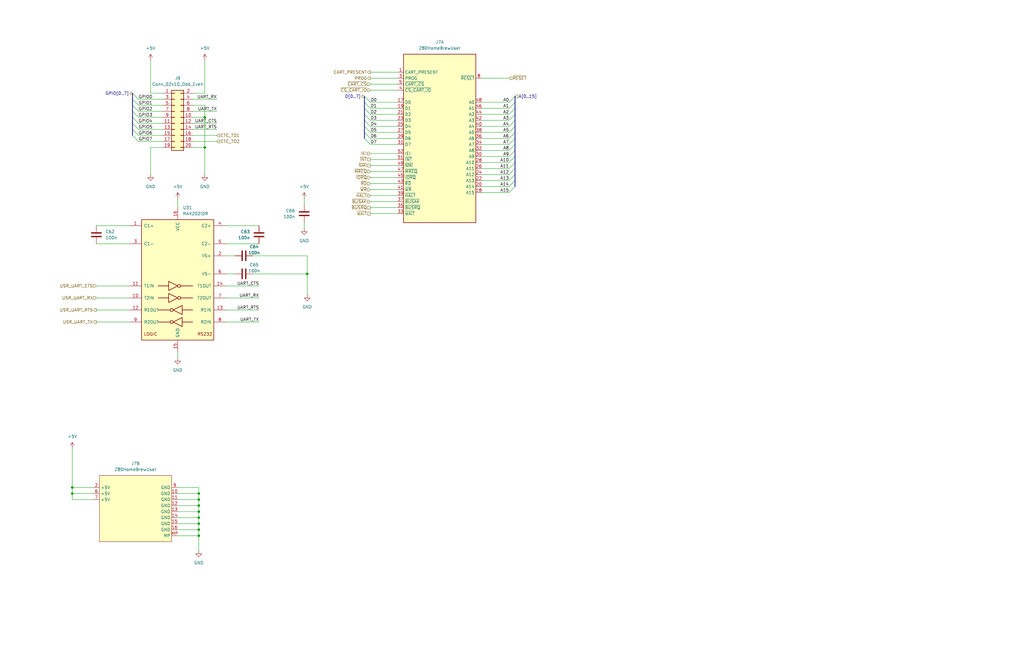
<source format=kicad_sch>
(kicad_sch (version 20250114) (generator "eeschema") (generator_version "9.0")
  (paper "USLedger")
  (lib_symbols
    (symbol "Connector_Generic:Conn_02x10_Odd_Even" (pin_names (offset 1.016) (hide yes))
      (property "Reference" "J" (at 1.27 12.7 0))
      (property "Value" "Conn_02x10_Odd_Even" (at 1.27 -15.24 0))
      (symbol "Conn_02x10_Odd_Even_1_1"
        (rectangle (start -1.27 11.43) (end 3.81 -13.97) (stroke (width 0.254)) (fill (type background)))
        (rectangle (start -1.27 10.287) (end 0 10.033) (stroke (width 0.1524)))
        (rectangle (start -1.27 7.747) (end 0 7.493) (stroke (width 0.1524)))
        (rectangle (start -1.27 5.207) (end 0 4.953) (stroke (width 0.1524)))
        (rectangle (start -1.27 2.667) (end 0 2.413) (stroke (width 0.1524)))
        (rectangle (start -1.27 0.127) (end 0 -0.127) (stroke (width 0.1524)))
        (rectangle (start -1.27 -2.413) (end 0 -2.667) (stroke (width 0.1524)))
        (rectangle (start -1.27 -4.953) (end 0 -5.207) (stroke (width 0.1524)))
        (rectangle (start -1.27 -7.493) (end 0 -7.747) (stroke (width 0.1524)))
        (rectangle (start -1.27 -10.033) (end 0 -10.287) (stroke (width 0.1524)))
        (rectangle (start -1.27 -12.573) (end 0 -12.827) (stroke (width 0.1524)))
        (rectangle (start 3.81 10.287) (end 2.54 10.033) (stroke (width 0.1524)))
        (rectangle (start 3.81 7.747) (end 2.54 7.493) (stroke (width 0.1524)))
        (rectangle (start 3.81 5.207) (end 2.54 4.953) (stroke (width 0.1524)))
        (rectangle (start 3.81 2.667) (end 2.54 2.413) (stroke (width 0.1524)))
        (rectangle (start 3.81 0.127) (end 2.54 -0.127) (stroke (width 0.1524)))
        (rectangle (start 3.81 -2.413) (end 2.54 -2.667) (stroke (width 0.1524)))
        (rectangle (start 3.81 -4.953) (end 2.54 -5.207) (stroke (width 0.1524)))
        (rectangle (start 3.81 -7.493) (end 2.54 -7.747) (stroke (width 0.1524)))
        (rectangle (start 3.81 -10.033) (end 2.54 -10.287) (stroke (width 0.1524)))
        (rectangle (start 3.81 -12.573) (end 2.54 -12.827) (stroke (width 0.1524)))
        (pin passive line (at -5.08 10.16 0) (length 3.81) (name "Pin_1") (number "1"))
        (pin passive line (at -5.08 7.62 0) (length 3.81) (name "Pin_3") (number "3"))
        (pin passive line (at -5.08 5.08 0) (length 3.81) (name "Pin_5") (number "5"))
        (pin passive line (at -5.08 2.54 0) (length 3.81) (name "Pin_7") (number "7"))
        (pin passive line (at -5.08 0 0) (length 3.81) (name "Pin_9") (number "9"))
        (pin passive line (at -5.08 -2.54 0) (length 3.81) (name "Pin_11") (number "11"))
        (pin passive line (at -5.08 -5.08 0) (length 3.81) (name "Pin_13") (number "13"))
        (pin passive line (at -5.08 -7.62 0) (length 3.81) (name "Pin_15") (number "15"))
        (pin passive line (at -5.08 -10.16 0) (length 3.81) (name "Pin_17") (number "17"))
        (pin passive line (at -5.08 -12.7 0) (length 3.81) (name "Pin_19") (number "19"))
        (pin passive line (at 7.62 10.16 180) (length 3.81) (name "Pin_2") (number "2"))
        (pin passive line (at 7.62 7.62 180) (length 3.81) (name "Pin_4") (number "4"))
        (pin passive line (at 7.62 5.08 180) (length 3.81) (name "Pin_6") (number "6"))
        (pin passive line (at 7.62 2.54 180) (length 3.81) (name "Pin_8") (number "8"))
        (pin passive line (at 7.62 0 180) (length 3.81) (name "Pin_10") (number "10"))
        (pin passive line (at 7.62 -2.54 180) (length 3.81) (name "Pin_12") (number "12"))
        (pin passive line (at 7.62 -5.08 180) (length 3.81) (name "Pin_14") (number "14"))
        (pin passive line (at 7.62 -7.62 180) (length 3.81) (name "Pin_16") (number "16"))
        (pin passive line (at 7.62 -10.16 180) (length 3.81) (name "Pin_18") (number "18"))
        (pin passive line (at 7.62 -12.7 180) (length 3.81) (name "Pin_20") (number "20"))
      )
    )
    (symbol "Device:C" (pin_numbers (hide yes)) (pin_names (offset 0.254))
      (property "Reference" "C" (at 0.635 2.54 0))
      (property "Value" "C" (at 0.635 -2.54 0))
      (symbol "C_0_1"
        (polyline (pts (xy -2.032 0.762) (xy 2.032 0.762)) (stroke (width 0.508)))
        (polyline (pts (xy -2.032 -0.762) (xy 2.032 -0.762)) (stroke (width 0.508)))
      )
      (symbol "C_1_1"
        (pin passive line (at 0 3.81 270) (length 2.794) (name "~") (number "1"))
        (pin passive line (at 0 -3.81 90) (length 2.794) (name "~") (number "2"))
      )
    )
    (symbol "Interface_UART:MAX202" (pin_names (offset 1.016))
      (property "Reference" "U" (at -2.54 28.575 0))
      (property "Value" "MAX202" (at -2.54 26.67 0))
      (symbol "MAX202_0_0"
        (text "LOGIC" (at -11.43 -22.86 0) (effects (font (size 1.27 1.27))))
        (text "RS232" (at 11.43 -22.86 0) (effects (font (size 1.27 1.27))))
      )
      (symbol "MAX202_0_1"
        (rectangle (start -15.24 -25.4) (end 15.24 25.4) (stroke (width 0.254)) (fill (type background)))
        (polyline (pts (xy -3.81 -0.635) (xy -3.81 -4.445) (xy 0 -2.54) (xy -3.81 -0.635)) (stroke (width 0.254)))
        (polyline (pts (xy -3.81 -2.54) (xy -8.255 -2.54)) (stroke (width 0.254)))
        (polyline (pts (xy -3.81 -5.715) (xy -3.81 -9.525) (xy 0 -7.62) (xy -3.81 -5.715)) (stroke (width 0.254)))
        (polyline (pts (xy -3.81 -7.62) (xy -8.255 -7.62)) (stroke (width 0.254)))
        (polyline (pts (xy -3.175 -12.7) (xy -8.255 -12.7)) (stroke (width 0.254)))
        (polyline (pts (xy -3.175 -17.78) (xy -8.255 -17.78)) (stroke (width 0.254)))
        (circle (center -2.54 -12.7) (radius 0.635) (stroke (width 0.254)))
        (circle (center -2.54 -17.78) (radius 0.635) (stroke (width 0.254)))
        (circle (center 0.635 -2.54) (radius 0.635) (stroke (width 0.254)))
        (circle (center 0.635 -7.62) (radius 0.635) (stroke (width 0.254)))
        (polyline (pts (xy 1.27 -2.54) (xy 6.35 -2.54)) (stroke (width 0.254)))
        (polyline (pts (xy 1.27 -7.62) (xy 6.35 -7.62)) (stroke (width 0.254)))
        (polyline (pts (xy 1.905 -10.795) (xy 1.905 -14.605) (xy -1.905 -12.7) (xy 1.905 -10.795)) (stroke (width 0.254)))
        (polyline (pts (xy 1.905 -12.7) (xy 6.35 -12.7)) (stroke (width 0.254)))
        (polyline (pts (xy 1.905 -15.875) (xy 1.905 -19.685) (xy -1.905 -17.78) (xy 1.905 -15.875)) (stroke (width 0.254)))
        (polyline (pts (xy 1.905 -17.78) (xy 6.35 -17.78)) (stroke (width 0.254)))
      )
      (symbol "MAX202_1_1"
        (pin passive line (at -20.32 22.86 0) (length 5.08) (name "C1+") (number "1"))
        (pin passive line (at -20.32 15.24 0) (length 5.08) (name "C1-") (number "3"))
        (pin input line (at -20.32 -2.54 0) (length 5.08) (name "T1IN") (number "11"))
        (pin input line (at -20.32 -7.62 0) (length 5.08) (name "T2IN") (number "10"))
        (pin output line (at -20.32 -12.7 0) (length 5.08) (name "R1OUT") (number "12"))
        (pin output line (at -20.32 -17.78 0) (length 5.08) (name "R2OUT") (number "9"))
        (pin power_in line (at 0 30.48 270) (length 5.08) (name "VCC") (number "16"))
        (pin power_in line (at 0 -30.48 90) (length 5.08) (name "GND") (number "15"))
        (pin passive line (at 20.32 22.86 180) (length 5.08) (name "C2+") (number "4"))
        (pin passive line (at 20.32 15.24 180) (length 5.08) (name "C2-") (number "5"))
        (pin power_out line (at 20.32 10.16 180) (length 5.08) (name "VS+") (number "2"))
        (pin power_out line (at 20.32 2.54 180) (length 5.08) (name "VS-") (number "6"))
        (pin output line (at 20.32 -2.54 180) (length 5.08) (name "T1OUT") (number "14"))
        (pin output line (at 20.32 -7.62 180) (length 5.08) (name "T2OUT") (number "7"))
        (pin input line (at 20.32 -12.7 180) (length 5.08) (name "R1IN") (number "13"))
        (pin input line (at 20.32 -17.78 180) (length 5.08) (name "R2IN") (number "8"))
      )
    )
    (symbol "Z80HomeBreW:Z80HomeBrewUser"
      (property "Reference" "J" (at -12.954 25.146 0))
      (property "Value" "Z80HomeBrewUser" (at 0 25.146 0))
      (symbol "Z80HomeBrewUser_1_1"
        (rectangle (start -15.24 30.48) (end 15.24 -40.64) (stroke (width 0.254)) (fill (type background)))
        (pin output line (at -17.78 22.86 0) (length 2.54) (name "CART_PRESENT") (number "1"))
        (pin output line (at -17.78 20.32 0) (length 2.54) (name "PROG") (number "3"))
        (pin input line (at -17.78 17.78 0) (length 2.54) (name "~{CART_CS}") (number "5"))
        (pin input line (at -17.78 15.24 0) (length 2.54) (name "~{CS_CART_IO}") (number "4"))
        (pin bidirectional line (at -17.78 10.16 0) (length 2.54) (name "D0") (number "17"))
        (pin bidirectional line (at -17.78 7.62 0) (length 2.54) (name "D1") (number "19"))
        (pin bidirectional line (at -17.78 5.08 0) (length 2.54) (name "D2") (number "21"))
        (pin bidirectional line (at -17.78 2.54 0) (length 2.54) (name "D3") (number "23"))
        (pin bidirectional line (at -17.78 0 0) (length 2.54) (name "D4") (number "25"))
        (pin bidirectional line (at -17.78 -2.54 0) (length 2.54) (name "D5") (number "27"))
        (pin bidirectional line (at -17.78 -5.08 0) (length 2.54) (name "D6") (number "29"))
        (pin bidirectional line (at -17.78 -7.62 0) (length 2.54) (name "D7") (number "31"))
        (pin output line (at -17.78 -13.97 0) (length 2.54) (name "~{INT}") (number "51"))
        (pin output line (at -17.78 -16.51 0) (length 2.54) (name "~{NMI}") (number "49"))
        (pin input line (at -17.78 -19.05 0) (length 2.54) (name "~{MREQ}") (number "47"))
        (pin input line (at -17.78 -21.59 0) (length 2.54) (name "~{IORQ}") (number "45"))
        (pin input line (at -17.78 -24.13 0) (length 2.54) (name "~{RD}") (number "43"))
        (pin input line (at -17.78 -26.67 0) (length 2.54) (name "~{WR}") (number "41"))
        (pin input line (at -17.78 -29.21 0) (length 2.54) (name "~{HALT}") (number "39"))
        (pin input line (at -17.78 -31.75 0) (length 2.54) (name "~{BUSAK}") (number "37"))
        (pin output line (at -17.78 -34.29 0) (length 2.54) (name "~{BUSRQ}") (number "35"))
        (pin output line (at -17.78 -36.83 0) (length 2.54) (name "~{WAIT}") (number "33"))
        (pin no_connect line (at 0 33.02 270) (length 2.54) (hide yes) (name "NC") (number "52"))
        (pin input line (at 17.78 20.32 180) (length 2.54) (name "~{RESET}") (number "8"))
        (pin input line (at 17.78 10.16 180) (length 2.54) (name "A0") (number "48"))
        (pin input line (at 17.78 7.62 180) (length 2.54) (name "A1") (number "46"))
        (pin input line (at 17.78 5.08 180) (length 2.54) (name "A2") (number "44"))
        (pin input line (at 17.78 2.54 180) (length 2.54) (name "A3") (number "42"))
        (pin input line (at 17.78 0 180) (length 2.54) (name "A4") (number "40"))
        (pin input line (at 17.78 -2.54 180) (length 2.54) (name "A5") (number "38"))
        (pin input line (at 17.78 -5.08 180) (length 2.54) (name "A6") (number "36"))
        (pin input line (at 17.78 -7.62 180) (length 2.54) (name "A7") (number "34"))
        (pin input line (at 17.78 -10.16 180) (length 2.54) (name "A8") (number "32"))
        (pin input line (at 17.78 -12.7 180) (length 2.54) (name "A9") (number "30"))
        (pin input line (at 17.78 -15.24 180) (length 2.54) (name "A10") (number "28"))
        (pin input line (at 17.78 -17.78 180) (length 2.54) (name "A11") (number "26"))
        (pin input line (at 17.78 -20.32 180) (length 2.54) (name "A12") (number "24"))
        (pin input line (at 17.78 -22.86 180) (length 2.54) (name "A13") (number "22"))
        (pin input line (at 17.78 -25.4 180) (length 2.54) (name "A14") (number "20"))
        (pin input line (at 17.78 -27.94 180) (length 2.54) (name "A15") (number "18"))
      )
      (symbol "Z80HomeBrewUser_2_1"
        (rectangle (start -15.24 22.86) (end 15.24 -5.08) (fill (type background)))
        (pin power_in line (at -17.78 17.78 0) (length 2.54) (name "+5V") (number "2"))
        (pin power_in line (at -17.78 15.24 0) (length 2.54) (name "+5V") (number "6"))
        (pin power_in line (at -17.78 12.7 0) (length 2.54) (name "+5V") (number "7"))
        (pin passive line (at 17.78 17.78 180) (length 2.54) (name "GND") (number "9"))
        (pin passive line (at 17.78 15.24 180) (length 2.54) (name "GND") (number "10"))
        (pin passive line (at 17.78 12.7 180) (length 2.54) (name "GND") (number "11"))
        (pin passive line (at 17.78 10.16 180) (length 2.54) (name "GND") (number "12"))
        (pin passive line (at 17.78 7.62 180) (length 2.54) (name "GND") (number "13"))
        (pin passive line (at 17.78 5.08 180) (length 2.54) (name "GND") (number "14"))
        (pin passive line (at 17.78 2.54 180) (length 2.54) (name "GND") (number "15"))
        (pin passive line (at 17.78 0 180) (length 2.54) (name "GND") (number "16"))
        (pin passive line (at 17.78 -2.54 180) (length 2.54) (name "MP") (number "MP"))
        (pin no_connect line (at 46.99 -73.66 90) (length 2.54) (hide yes) (name "NC") (number "50"))
      )
    )
    (symbol "Z80HomeBrewUser_1"
      (property "Reference" "J" (at -12.954 25.146 0))
      (property "Value" "Z80HomeBrewUser" (at 0 25.146 0))
      (symbol "Z80HomeBrewUser_1_1_1"
        (rectangle (start -15.24 30.48) (end 15.24 -40.64) (stroke (width 0.254)) (fill (type background)))
        (pin output line (at -17.78 22.86 0) (length 2.54) (name "CART_PRESENT") (number "1"))
        (pin output line (at -17.78 20.32 0) (length 2.54) (name "PROG") (number "3"))
        (pin input line (at -17.78 17.78 0) (length 2.54) (name "~{CART_CS}") (number "5"))
        (pin input line (at -17.78 15.24 0) (length 2.54) (name "~{CS_CART_IO}") (number "4"))
        (pin bidirectional line (at -17.78 10.16 0) (length 2.54) (name "D0") (number "17"))
        (pin bidirectional line (at -17.78 7.62 0) (length 2.54) (name "D1") (number "19"))
        (pin bidirectional line (at -17.78 5.08 0) (length 2.54) (name "D2") (number "21"))
        (pin bidirectional line (at -17.78 2.54 0) (length 2.54) (name "D3") (number "23"))
        (pin bidirectional line (at -17.78 0 0) (length 2.54) (name "D4") (number "25"))
        (pin bidirectional line (at -17.78 -2.54 0) (length 2.54) (name "D5") (number "27"))
        (pin bidirectional line (at -17.78 -5.08 0) (length 2.54) (name "D6") (number "29"))
        (pin bidirectional line (at -17.78 -7.62 0) (length 2.54) (name "D7") (number "31"))
        (pin input line (at -17.78 -11.43 0) (length 2.54) (name "IEI") (number "52"))
        (pin open_collector line (at -17.78 -13.97 0) (length 2.54) (name "~{INT}") (number "51"))
        (pin open_collector line (at -17.78 -16.51 0) (length 2.54) (name "~{NMI}") (number "49"))
        (pin input line (at -17.78 -19.05 0) (length 2.54) (name "~{MREQ}") (number "47"))
        (pin input line (at -17.78 -21.59 0) (length 2.54) (name "~{IORQ}") (number "45"))
        (pin input line (at -17.78 -24.13 0) (length 2.54) (name "~{RD}") (number "43"))
        (pin input line (at -17.78 -26.67 0) (length 2.54) (name "~{WR}") (number "41"))
        (pin input line (at -17.78 -29.21 0) (length 2.54) (name "~{HALT}") (number "39"))
        (pin input line (at -17.78 -31.75 0) (length 2.54) (name "~{BUSAK}") (number "37"))
        (pin open_collector line (at -17.78 -34.29 0) (length 2.54) (name "~{BUSRQ}") (number "35"))
        (pin open_collector line (at -17.78 -36.83 0) (length 2.54) (name "~{WAIT}") (number "33"))
        (pin input line (at 17.78 20.32 180) (length 2.54) (name "~{RESET}") (number "8"))
        (pin input line (at 17.78 10.16 180) (length 2.54) (name "A0") (number "48"))
        (pin input line (at 17.78 7.62 180) (length 2.54) (name "A1") (number "46"))
        (pin input line (at 17.78 5.08 180) (length 2.54) (name "A2") (number "44"))
        (pin input line (at 17.78 2.54 180) (length 2.54) (name "A3") (number "42"))
        (pin input line (at 17.78 0 180) (length 2.54) (name "A4") (number "40"))
        (pin input line (at 17.78 -2.54 180) (length 2.54) (name "A5") (number "38"))
        (pin input line (at 17.78 -5.08 180) (length 2.54) (name "A6") (number "36"))
        (pin input line (at 17.78 -7.62 180) (length 2.54) (name "A7") (number "34"))
        (pin input line (at 17.78 -10.16 180) (length 2.54) (name "A8") (number "32"))
        (pin input line (at 17.78 -12.7 180) (length 2.54) (name "A9") (number "30"))
        (pin input line (at 17.78 -15.24 180) (length 2.54) (name "A10") (number "28"))
        (pin input line (at 17.78 -17.78 180) (length 2.54) (name "A11") (number "26"))
        (pin input line (at 17.78 -20.32 180) (length 2.54) (name "A12") (number "24"))
        (pin input line (at 17.78 -22.86 180) (length 2.54) (name "A13") (number "22"))
        (pin input line (at 17.78 -25.4 180) (length 2.54) (name "A14") (number "20"))
        (pin input line (at 17.78 -27.94 180) (length 2.54) (name "A15") (number "18"))
      )
      (symbol "Z80HomeBrewUser_1_2_1"
        (rectangle (start -15.24 22.86) (end 15.24 -5.08) (fill (type background)))
        (pin power_in line (at -17.78 17.78 0) (length 2.54) (name "+5V") (number "2"))
        (pin power_in line (at -17.78 15.24 0) (length 2.54) (name "+5V") (number "6"))
        (pin power_in line (at -17.78 12.7 0) (length 2.54) (name "+5V") (number "7"))
        (pin passive line (at 17.78 17.78 180) (length 2.54) (name "GND") (number "9"))
        (pin passive line (at 17.78 15.24 180) (length 2.54) (name "GND") (number "10"))
        (pin passive line (at 17.78 12.7 180) (length 2.54) (name "GND") (number "11"))
        (pin passive line (at 17.78 10.16 180) (length 2.54) (name "GND") (number "12"))
        (pin passive line (at 17.78 7.62 180) (length 2.54) (name "GND") (number "13"))
        (pin passive line (at 17.78 5.08 180) (length 2.54) (name "GND") (number "14"))
        (pin passive line (at 17.78 2.54 180) (length 2.54) (name "GND") (number "15"))
        (pin passive line (at 17.78 0 180) (length 2.54) (name "GND") (number "16"))
        (pin passive line (at 17.78 -2.54 180) (length 2.54) (name "MP") (number "MP"))
        (pin no_connect line (at 46.99 -73.66 90) (length 2.54) (hide yes) (name "NC") (number "50"))
      )
    )
    (symbol "power:+5V" (power) (pin_numbers (hide yes)) (pin_names (offset 0) (hide yes))
      (property "Value" "+5V" (at 0 3.556 0))
      (symbol "+5V_0_1"
        (polyline (pts (xy -0.762 1.27) (xy 0 2.54)))
        (polyline (pts (xy 0 2.54) (xy 0.762 1.27)))
        (polyline (pts (xy 0 0) (xy 0 2.54)))
      )
      (symbol "+5V_1_1"
        (pin power_in line (at 0 0 90) (length 0) (name "~") (number "1"))
      )
    )
    (symbol "power:GND" (power) (pin_numbers (hide yes)) (pin_names (offset 0) (hide yes))
      (property "Value" "GND" (at 0 -3.81 0))
      (symbol "GND_0_1"
        (polyline (pts (xy 0 0) (xy 0 -1.27) (xy 1.27 -1.27) (xy 0 -2.54) (xy -1.27 -1.27) (xy 0 -1.27)))
      )
      (symbol "GND_1_1"
        (pin power_in line (at 0 0 270) (length 0) (name "~") (number "1"))
      )
    )
  )
  (junction (at 83.82 226.06))
  (junction (at 83.82 215.9))
  (junction (at 83.82 223.52))
  (junction (at 83.82 218.44))
  (junction (at 83.82 210.82))
  (junction (at 129.54 115.57))
  (junction (at 86.36 62.23))
  (junction (at 30.48 205.74))
  (junction (at 86.36 49.53))
  (junction (at 83.82 213.36))
  (junction (at 30.48 208.28))
  (junction (at 83.82 208.28))
  (junction (at 83.82 220.98))
  (bus_entry (at 55.88 41.91) (size 2.54 2.54))
  (bus_entry (at 214.63 48.26) (size 2.54 -2.54))
  (bus_entry (at 55.88 46.99) (size 2.54 2.54))
  (bus_entry (at 55.88 44.45) (size 2.54 2.54))
  (bus_entry (at 214.63 63.5) (size 2.54 -2.54))
  (bus_entry (at 214.63 76.2) (size 2.54 -2.54))
  (bus_entry (at 214.63 43.18) (size 2.54 -2.54))
  (bus_entry (at 214.63 50.8) (size 2.54 -2.54))
  (bus_entry (at 55.88 57.15) (size 2.54 2.54))
  (bus_entry (at 214.63 71.12) (size 2.54 -2.54))
  (bus_entry (at 153.67 50.8) (size 2.54 2.54))
  (bus_entry (at 214.63 78.74) (size 2.54 -2.54))
  (bus_entry (at 55.88 54.61) (size 2.54 2.54))
  (bus_entry (at 153.67 45.72) (size 2.54 2.54))
  (bus_entry (at 153.67 43.18) (size 2.54 2.54))
  (bus_entry (at 55.88 52.07) (size 2.54 2.54))
  (bus_entry (at 55.88 49.53) (size 2.54 2.54))
  (bus_entry (at 153.67 55.88) (size 2.54 2.54))
  (bus_entry (at 214.63 81.28) (size 2.54 -2.54))
  (bus_entry (at 214.63 68.58) (size 2.54 -2.54))
  (bus_entry (at 153.67 40.64) (size 2.54 2.54))
  (bus_entry (at 153.67 58.42) (size 2.54 2.54))
  (bus_entry (at 55.88 39.37) (size 2.54 2.54))
  (bus_entry (at 214.63 58.42) (size 2.54 -2.54))
  (bus_entry (at 153.67 48.26) (size 2.54 2.54))
  (bus_entry (at 214.63 55.88) (size 2.54 -2.54))
  (bus_entry (at 214.63 45.72) (size 2.54 -2.54))
  (bus_entry (at 153.67 53.34) (size 2.54 2.54))
  (bus_entry (at 214.63 60.96) (size 2.54 -2.54))
  (bus_entry (at 214.63 73.66) (size 2.54 -2.54))
  (bus_entry (at 214.63 53.34) (size 2.54 -2.54))
  (bus_entry (at 214.63 66.04) (size 2.54 -2.54))
  (wire (pts (xy 156.21 69.85) (xy 167.64 69.85)))
  (wire (pts (xy 40.64 125.73) (xy 54.61 125.73)))
  (wire (pts (xy 58.42 46.99) (xy 68.58 46.99)))
  (bus (pts (xy 217.17 66.04) (xy 217.17 68.58)))
  (bus (pts (xy 55.88 46.99) (xy 55.88 49.53)))
  (wire (pts (xy 156.21 77.47) (xy 167.64 77.47)))
  (wire (pts (xy 30.48 205.74) (xy 39.37 205.74)))
  (wire (pts (xy 74.93 210.82) (xy 83.82 210.82)))
  (wire (pts (xy 156.21 82.55) (xy 167.64 82.55)))
  (wire (pts (xy 203.2 78.74) (xy 214.63 78.74)))
  (bus (pts (xy 55.88 41.91) (xy 55.88 44.45)))
  (wire (pts (xy 83.82 210.82) (xy 83.82 213.36)))
  (wire (pts (xy 156.21 74.93) (xy 167.64 74.93)))
  (wire (pts (xy 74.93 208.28) (xy 83.82 208.28)))
  (wire (pts (xy 58.42 54.61) (xy 68.58 54.61)))
  (wire (pts (xy 203.2 55.88) (xy 214.63 55.88)))
  (bus (pts (xy 153.67 53.34) (xy 153.67 55.88)))
  (wire (pts (xy 40.64 135.89) (xy 54.61 135.89)))
  (wire (pts (xy 30.48 208.28) (xy 39.37 208.28)))
  (wire (pts (xy 83.82 220.98) (xy 83.82 223.52)))
  (wire (pts (xy 58.42 59.69) (xy 68.58 59.69)))
  (wire (pts (xy 203.2 45.72) (xy 214.63 45.72)))
  (wire (pts (xy 58.42 52.07) (xy 68.58 52.07)))
  (wire (pts (xy 109.22 102.87) (xy 95.25 102.87)))
  (wire (pts (xy 74.93 223.52) (xy 83.82 223.52)))
  (bus (pts (xy 217.17 71.12) (xy 217.17 73.66)))
  (wire (pts (xy 156.21 48.26) (xy 167.64 48.26)))
  (wire (pts (xy 81.28 46.99) (xy 91.44 46.99)))
  (wire (pts (xy 30.48 208.28) (xy 30.48 210.82)))
  (wire (pts (xy 30.48 210.82) (xy 39.37 210.82)))
  (wire (pts (xy 74.93 215.9) (xy 83.82 215.9)))
  (wire (pts (xy 86.36 44.45) (xy 86.36 49.53)))
  (wire (pts (xy 81.28 62.23) (xy 86.36 62.23)))
  (wire (pts (xy 156.21 72.39) (xy 167.64 72.39)))
  (wire (pts (xy 128.27 96.52) (xy 128.27 93.98)))
  (bus (pts (xy 217.17 50.8) (xy 217.17 53.34)))
  (wire (pts (xy 95.25 125.73) (xy 109.22 125.73)))
  (bus (pts (xy 55.88 49.53) (xy 55.88 52.07)))
  (wire (pts (xy 156.21 53.34) (xy 167.64 53.34)))
  (wire (pts (xy 58.42 49.53) (xy 68.58 49.53)))
  (bus (pts (xy 217.17 40.64) (xy 217.17 43.18)))
  (wire (pts (xy 156.21 80.01) (xy 167.64 80.01)))
  (wire (pts (xy 58.42 41.91) (xy 68.58 41.91)))
  (wire (pts (xy 95.25 130.81) (xy 109.22 130.81)))
  (wire (pts (xy 156.21 90.17) (xy 167.64 90.17)))
  (wire (pts (xy 74.93 151.13) (xy 74.93 148.59)))
  (bus (pts (xy 217.17 68.58) (xy 217.17 71.12)))
  (bus (pts (xy 217.17 73.66) (xy 217.17 76.2)))
  (bus (pts (xy 217.17 63.5) (xy 217.17 66.04)))
  (wire (pts (xy 83.82 208.28) (xy 83.82 210.82)))
  (wire (pts (xy 203.2 48.26) (xy 214.63 48.26)))
  (wire (pts (xy 81.28 49.53) (xy 86.36 49.53)))
  (wire (pts (xy 156.21 38.1) (xy 167.64 38.1)))
  (wire (pts (xy 74.93 213.36) (xy 83.82 213.36)))
  (bus (pts (xy 153.67 48.26) (xy 153.67 50.8)))
  (wire (pts (xy 156.21 55.88) (xy 167.64 55.88)))
  (wire (pts (xy 81.28 44.45) (xy 86.36 44.45)))
  (wire (pts (xy 156.21 30.48) (xy 167.64 30.48)))
  (wire (pts (xy 40.64 130.81) (xy 54.61 130.81)))
  (wire (pts (xy 81.28 57.15) (xy 91.44 57.15)))
  (wire (pts (xy 58.42 44.45) (xy 68.58 44.45)))
  (bus (pts (xy 153.67 43.18) (xy 153.67 45.72)))
  (wire (pts (xy 81.28 41.91) (xy 91.44 41.91)))
  (wire (pts (xy 203.2 68.58) (xy 214.63 68.58)))
  (wire (pts (xy 30.48 189.23) (xy 30.48 205.74)))
  (wire (pts (xy 156.21 67.31) (xy 167.64 67.31)))
  (wire (pts (xy 81.28 54.61) (xy 91.44 54.61)))
  (wire (pts (xy 63.5 62.23) (xy 63.5 73.66)))
  (wire (pts (xy 203.2 43.18) (xy 214.63 43.18)))
  (wire (pts (xy 156.21 87.63) (xy 167.64 87.63)))
  (wire (pts (xy 63.5 62.23) (xy 68.58 62.23)))
  (wire (pts (xy 81.28 59.69) (xy 91.44 59.69)))
  (wire (pts (xy 203.2 50.8) (xy 214.63 50.8)))
  (wire (pts (xy 203.2 33.02) (xy 214.63 33.02)))
  (wire (pts (xy 30.48 205.74) (xy 30.48 208.28)))
  (bus (pts (xy 217.17 43.18) (xy 217.17 45.72)))
  (wire (pts (xy 106.68 107.95) (xy 129.54 107.95)))
  (wire (pts (xy 58.42 57.15) (xy 68.58 57.15)))
  (wire (pts (xy 40.64 95.25) (xy 54.61 95.25)))
  (wire (pts (xy 86.36 25.4) (xy 86.36 39.37)))
  (bus (pts (xy 217.17 55.88) (xy 217.17 58.42)))
  (wire (pts (xy 40.64 102.87) (xy 54.61 102.87)))
  (wire (pts (xy 203.2 60.96) (xy 214.63 60.96)))
  (wire (pts (xy 156.21 58.42) (xy 167.64 58.42)))
  (wire (pts (xy 95.25 120.65) (xy 109.22 120.65)))
  (bus (pts (xy 55.88 54.61) (xy 55.88 57.15)))
  (wire (pts (xy 74.93 205.74) (xy 83.82 205.74)))
  (wire (pts (xy 203.2 63.5) (xy 214.63 63.5)))
  (wire (pts (xy 203.2 71.12) (xy 214.63 71.12)))
  (wire (pts (xy 83.82 226.06) (xy 83.82 232.41)))
  (wire (pts (xy 83.82 215.9) (xy 83.82 218.44)))
  (bus (pts (xy 55.88 44.45) (xy 55.88 46.99)))
  (wire (pts (xy 203.2 76.2) (xy 214.63 76.2)))
  (wire (pts (xy 203.2 58.42) (xy 214.63 58.42)))
  (wire (pts (xy 83.82 213.36) (xy 83.82 215.9)))
  (wire (pts (xy 68.58 39.37) (xy 63.5 39.37)))
  (wire (pts (xy 106.68 115.57) (xy 129.54 115.57)))
  (wire (pts (xy 156.21 35.56) (xy 167.64 35.56)))
  (wire (pts (xy 129.54 115.57) (xy 129.54 124.46)))
  (wire (pts (xy 86.36 49.53) (xy 86.36 62.23)))
  (wire (pts (xy 83.82 218.44) (xy 83.82 220.98)))
  (bus (pts (xy 55.88 39.37) (xy 55.88 41.91)))
  (wire (pts (xy 129.54 107.95) (xy 129.54 115.57)))
  (wire (pts (xy 74.93 220.98) (xy 83.82 220.98)))
  (wire (pts (xy 63.5 25.4) (xy 63.5 39.37)))
  (wire (pts (xy 74.93 83.82) (xy 74.93 87.63)))
  (wire (pts (xy 109.22 95.25) (xy 95.25 95.25)))
  (wire (pts (xy 156.21 33.02) (xy 167.64 33.02)))
  (wire (pts (xy 95.25 107.95) (xy 99.06 107.95)))
  (wire (pts (xy 156.21 50.8) (xy 167.64 50.8)))
  (bus (pts (xy 217.17 45.72) (xy 217.17 48.26)))
  (bus (pts (xy 217.17 76.2) (xy 217.17 78.74)))
  (wire (pts (xy 83.82 205.74) (xy 83.82 208.28)))
  (wire (pts (xy 95.25 135.89) (xy 109.22 135.89)))
  (wire (pts (xy 203.2 53.34) (xy 214.63 53.34)))
  (wire (pts (xy 203.2 73.66) (xy 214.63 73.66)))
  (wire (pts (xy 74.93 226.06) (xy 83.82 226.06)))
  (wire (pts (xy 156.21 43.18) (xy 167.64 43.18)))
  (wire (pts (xy 81.28 52.07) (xy 91.44 52.07)))
  (wire (pts (xy 156.21 64.77) (xy 167.64 64.77)))
  (wire (pts (xy 203.2 81.28) (xy 214.63 81.28)))
  (wire (pts (xy 40.64 120.65) (xy 54.61 120.65)))
  (wire (pts (xy 83.82 223.52) (xy 83.82 226.06)))
  (bus (pts (xy 217.17 60.96) (xy 217.17 63.5)))
  (wire (pts (xy 156.21 85.09) (xy 167.64 85.09)))
  (bus (pts (xy 153.67 50.8) (xy 153.67 53.34)))
  (bus (pts (xy 153.67 40.64) (xy 153.67 43.18)))
  (bus (pts (xy 217.17 58.42) (xy 217.17 60.96)))
  (wire (pts (xy 203.2 66.04) (xy 214.63 66.04)))
  (wire (pts (xy 128.27 83.82) (xy 128.27 86.36)))
  (wire (pts (xy 95.25 115.57) (xy 99.06 115.57)))
  (bus (pts (xy 153.67 45.72) (xy 153.67 48.26)))
  (wire (pts (xy 156.21 45.72) (xy 167.64 45.72)))
  (wire (pts (xy 86.36 62.23) (xy 86.36 73.66)))
  (wire (pts (xy 74.93 218.44) (xy 83.82 218.44)))
  (bus (pts (xy 217.17 48.26) (xy 217.17 50.8)))
  (wire (pts (xy 156.21 60.96) (xy 167.64 60.96)))
  (bus (pts (xy 217.17 53.34) (xy 217.17 55.88)))
  (bus (pts (xy 153.67 55.88) (xy 153.67 58.42)))
  (wire (pts (xy 81.28 39.37) (xy 86.36 39.37)))
  (bus (pts (xy 55.88 52.07) (xy 55.88 54.61)))
  (label "UART_RX" (at 109.22 125.73 180))
  (label "A3" (at 214.63 50.8 180))
  (label "GPIO1" (at 58.42 44.45 0))
  (label "A2" (at 214.63 48.26 180))
  (label "GPIO7" (at 58.42 59.69 0))
  (label "A8" (at 214.63 63.5 180))
  (label "D7" (at 156.21 60.96 0))
  (label "D5" (at 156.21 55.88 0))
  (label "D3" (at 156.21 50.8 0))
  (label "UART_RTS" (at 91.44 54.61 180))
  (label "A1" (at 214.63 45.72 180))
  (label "A7" (at 214.63 60.96 180))
  (label "D0" (at 156.21 43.18 0))
  (label "D2" (at 156.21 48.26 0))
  (label "A4" (at 214.63 53.34 180))
  (label "UART_CTS" (at 91.44 52.07 180))
  (label "A13" (at 214.63 76.2 180))
  (label "UART_RTS" (at 109.22 130.81 180))
  (label "D1" (at 156.21 45.72 0))
  (label "GPIO3" (at 58.42 49.53 0))
  (label "A15" (at 214.63 81.28 180))
  (label "GPIO4" (at 58.42 52.07 0))
  (label "A14" (at 214.63 78.74 180))
  (label "A0" (at 214.63 43.18 180))
  (label "A6" (at 214.63 58.42 180))
  (label "A5" (at 214.63 55.88 180))
  (label "A10" (at 214.63 68.58 180))
  (label "GPIO6" (at 58.42 57.15 0))
  (label "D4" (at 156.21 53.34 0))
  (label "D6" (at 156.21 58.42 0))
  (label "A11" (at 214.63 71.12 180))
  (label "GPIO0" (at 58.42 41.91 0))
  (label "GPIO5" (at 58.42 54.61 0))
  (label "UART_RX" (at 91.44 41.91 180))
  (label "A12" (at 214.63 73.66 180))
  (label "UART_CTS" (at 109.22 120.65 180))
  (label "UART_TX" (at 109.22 135.89 180))
  (label "UART_TX" (at 91.44 46.99 180))
  (label "A9" (at 214.63 66.04 180))
  (label "GPIO2" (at 58.42 46.99 0))
  (hierarchical_label "~{RD}" (shape input) (at 156.21 77.47 180))
  (hierarchical_label "CTC_TO1" (shape input) (at 91.44 57.15 0))
  (hierarchical_label "~{NMI}" (shape passive) (at 156.21 69.85 180))
  (hierarchical_label "CART_PRESENT" (shape output) (at 156.21 30.48 180))
  (hierarchical_label "~{HALT}" (shape input) (at 156.21 82.55 180))
  (hierarchical_label "~{RESET}" (shape input) (at 214.63 33.02 0))
  (hierarchical_label "~{CART_CS}" (shape input) (at 156.21 35.56 180))
  (hierarchical_label "USR_UART_CTS" (shape input) (at 40.64 120.65 180))
  (hierarchical_label "GPIO[0..7]" (shape bidirectional) (at 55.88 39.37 180))
  (hierarchical_label "~{WAIT}" (shape passive) (at 156.21 90.17 180))
  (hierarchical_label "~{CS_CART_IO}" (shape input) (at 156.21 38.1 180))
  (hierarchical_label "~{INT}" (shape passive) (at 156.21 67.31 180))
  (hierarchical_label "A[0..15]" (shape input) (at 217.17 40.64 0))
  (hierarchical_label "IEI" (shape input) (at 156.21 64.77 180))
  (hierarchical_label "~{WR}" (shape input) (at 156.21 80.01 180))
  (hierarchical_label "~{MREQ}" (shape input) (at 156.21 72.39 180))
  (hierarchical_label "USR_UART_RX" (shape input) (at 40.64 125.73 180))
  (hierarchical_label "D[0..7]" (shape bidirectional) (at 153.67 40.64 180))
  (hierarchical_label "~{IORQ}" (shape input) (at 156.21 74.93 180))
  (hierarchical_label "~{BUSAK}" (shape input) (at 156.21 85.09 180))
  (hierarchical_label "USR_UART_TX" (shape output) (at 40.64 135.89 180))
  (hierarchical_label "~{BUSRQ}" (shape passive) (at 156.21 87.63 180))
  (hierarchical_label "USR_UART_RTS" (shape output) (at 40.64 130.81 180))
  (hierarchical_label "PROG" (shape output) (at 156.21 33.02 180))
  (hierarchical_label "CTC_TO2" (shape input) (at 91.44 59.69 0))
  (symbol (lib_id "Device:C") (at 40.64 99.06 0) (unit 1)
    (property "Reference" "C62" (at 44.45 97.7899 0) (effects (justify left)))
    (property "Value" "100n" (at 44.45 100.3299 0) (effects (justify left)))
    (property "Footprint" "Capacitor_SMD:C_0603_1608Metric" (effects (hide yes)))
    (property "Description" "Unpolarized capacitor" (effects (hide yes)))
  )
  (symbol (lib_id "power:+5V") (at 30.48 189.23 0) (unit 1)
    (property "Reference" "#PWR0145" (effects (hide yes)))
    (property "Value" "+5V" (at 30.48 184.15 0))
    (property "Description" "Power symbol creates a global label with name \"+5V\"" (effects (hide yes)))
  )
  (symbol (lib_id "power:GND") (at 83.82 232.41 0) (unit 1)
    (property "Reference" "#PWR0144" (effects (hide yes)))
    (property "Value" "GND" (at 83.82 237.49 0))
    (property "Description" "Power symbol creates a global label with name \"GND\" , ground" (effects (hide yes)))
  )
  (symbol (lib_id "power:GND") (at 129.54 124.46 0) (unit 1)
    (property "Reference" "#PWR0142" (effects (hide yes)))
    (property "Value" "GND" (at 129.54 129.54 0))
    (property "Description" "Power symbol creates a global label with name \"GND\" , ground" (effects (hide yes)))
  )
  (symbol (lib_id "power:GND") (at 74.93 151.13 0) (unit 1)
    (property "Reference" "#PWR0143" (effects (hide yes)))
    (property "Value" "GND" (at 74.93 156.21 0))
    (property "Description" "Power symbol creates a global label with name \"GND\" , ground" (effects (hide yes)))
  )
  (symbol (lib_id "Z80HomeBreW:Z80HomeBrewUser") (at 57.15 223.52 0) (unit 2)
    (property "Reference" "J7" (at 57.15 195.58 0))
    (property "Value" "Z80HomeBrewUser" (at 57.15 198.12 0))
    (property "Footprint" "Connector_PCBEdge:BUS_PCI_Express_Mini_Full" (effects (hide yes)))
    (property "Description" "Mini-PCI Express bus connector" (effects (hide yes)))
  )
  (symbol (lib_id "power:+5V") (at 63.5 25.4 0) (unit 1)
    (property "Reference" "#PWR0153" (effects (hide yes)))
    (property "Value" "+5V" (at 63.5 20.32 0))
    (property "Description" "Power symbol creates a global label with name \"+5V\"" (effects (hide yes)))
  )
  (symbol (lib_id "power:GND") (at 128.27 96.52 0) (unit 1)
    (property "Reference" "#PWR0150" (effects (hide yes)))
    (property "Value" "GND" (at 128.27 101.6 0))
    (property "Description" "Power symbol creates a global label with name \"GND\" , ground" (effects (hide yes)))
  )
  (symbol (lib_id "power:GND") (at 86.36 73.66 0) (unit 1)
    (property "Reference" "#PWR0152" (effects (hide yes)))
    (property "Value" "GND" (at 86.36 78.74 0))
    (property "Description" "Power symbol creates a global label with name \"GND\" , ground" (effects (hide yes)))
  )
  (symbol (lib_id "Device:C") (at 109.22 99.06 0) (mirror y) (unit 1)
    (property "Reference" "C63" (at 105.41 97.7899 0) (effects (justify left)))
    (property "Value" "100n" (at 105.41 100.3299 0) (effects (justify left)))
    (property "Footprint" "Capacitor_SMD:C_0603_1608Metric" (effects (hide yes)))
    (property "Description" "Unpolarized capacitor" (effects (hide yes)))
  )
  (symbol (lib_id "Device:C") (at 102.87 115.57 90) (mirror x) (unit 1)
    (property "Reference" "C65" (at 107.188 111.76 90))
    (property "Value" "100n" (at 107.188 114.3 90))
    (property "Footprint" "Capacitor_SMD:C_0603_1608Metric" (effects (hide yes)))
    (property "Description" "Unpolarized capacitor" (effects (hide yes)))
  )
  (symbol (lib_id "power:GND") (at 63.5 73.66 0) (unit 1)
    (property "Reference" "#PWR0154" (effects (hide yes)))
    (property "Value" "GND" (at 63.5 78.74 0))
    (property "Description" "Power symbol creates a global label with name \"GND\" , ground" (effects (hide yes)))
  )
  (symbol (lib_id "power:+5V") (at 86.36 25.4 0) (unit 1)
    (property "Reference" "#PWR0151" (effects (hide yes)))
    (property "Value" "+5V" (at 86.36 20.32 0))
    (property "Description" "Power symbol creates a global label with name \"+5V\"" (effects (hide yes)))
  )
  (symbol (lib_id "power:+5V") (at 128.27 83.82 0) (unit 1)
    (property "Reference" "#PWR0149" (effects (hide yes)))
    (property "Value" "+5V" (at 128.27 78.74 0))
    (property "Description" "Power symbol creates a global label with name \"+5V\"" (effects (hide yes)))
  )
  (symbol (lib_id "Connector_Generic:Conn_02x10_Odd_Even") (at 73.66 49.53 0) (unit 1)
    (property "Reference" "J9" (at 74.93 33.02 0))
    (property "Value" "Conn_02x10_Odd_Even" (at 74.93 35.56 0))
    (property "Footprint" "Connector_IDC:IDC-Header_2x10_P2.54mm_Vertical" (effects (hide yes)))
    (property "Description" "Generic connector, double row, 02x10, odd/even pin numbering scheme (row 1 odd numbers, row 2 even numbers), script generated (kicad-library-utils/schlib/autogen/connector/)" (effects (hide yes)))
  )
  (symbol (lib_id "Interface_UART:MAX202") (at 74.93 118.11 0) (unit 1)
    (property "Reference" "U31" (at 77.0733 87.63 0) (effects (justify left)))
    (property "Value" "MAX202IDR" (at 77.0733 90.17 0) (effects (justify left)))
    (property "Footprint" "Package_SO:SOIC-16_3.9x9.9mm_P1.27mm" (effects (hide yes)))
    (property "Datasheet" "http://www.ti.com/lit/ds/symlink/max202.pdf" (effects (hide yes)))
    (property "Description" "Dual RS232 driver/receiver, 5V supply, 120kb/s, 0C-70C" (effects (hide yes)))
  )
  (symbol (lib_name "Z80HomeBrewUser_1") (lib_id "Z80HomeBreW:Z80HomeBrewUser") (at 185.42 53.34 0) (unit 1)
    (property "Reference" "J7" (at 185.42 17.78 0))
    (property "Value" "Z80HomeBrewUser" (at 185.42 20.32 0))
    (property "Footprint" "Connector_PCBEdge:BUS_PCI_Express_Mini_Full" (effects (hide yes)))
    (property "Description" "Mini-PCI Express bus connector" (effects (hide yes)))
  )
  (symbol (lib_id "Device:C") (at 102.87 107.95 90) (mirror x) (unit 1)
    (property "Reference" "C64" (at 107.188 104.14 90))
    (property "Value" "100n" (at 107.188 106.68 90))
    (property "Footprint" "Capacitor_SMD:C_0603_1608Metric" (effects (hide yes)))
    (property "Description" "Unpolarized capacitor" (effects (hide yes)))
  )
  (symbol (lib_id "Device:C") (at 128.27 90.17 0) (mirror y) (unit 1)
    (property "Reference" "C66" (at 124.46 88.8999 0) (effects (justify left)))
    (property "Value" "100n" (at 124.46 91.4399 0) (effects (justify left)))
    (property "Footprint" "Capacitor_SMD:C_0603_1608Metric" (effects (hide yes)))
    (property "Description" "Unpolarized capacitor" (effects (hide yes)))
  )
  (symbol (lib_id "power:+5V") (at 74.93 83.82 0) (unit 1)
    (property "Reference" "#PWR0146" (effects (hide yes)))
    (property "Value" "+5V" (at 74.93 78.74 0))
    (property "Description" "Power symbol creates a global label with name \"+5V\"" (effects (hide yes)))
  )
)
</source>
